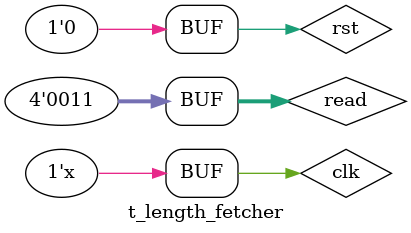
<source format=v>
`timescale 1ns / 1ps


module t_length_fetcher;

	// Inputs
	reg clk;
	reg rst;
	reg [3:0] read;

	// Outputs
	wire [31:0] out;
	wire [3:0] empty;

	// Instantiate the Unit Under Test (UUT)
	length_fetcher uut (
		.clk(clk), 
		.rst(rst), 
		.read(read), 
		.out(out), 
		.empty(empty)
	);

    always
        #1 clk = ~clk;

	initial begin
		// Initialize Inputs
		clk = 0;
		rst = 0;
		read = 0;

        #20 rst = 1;
        #20 rst = 0;

        #10 read = 15;
        #30 read = 12;
        #30 read = 3;

		// Wait 100 ns for global reset to finish
		#100;
        
		// Add stimulus here

	end
      
endmodule


</source>
